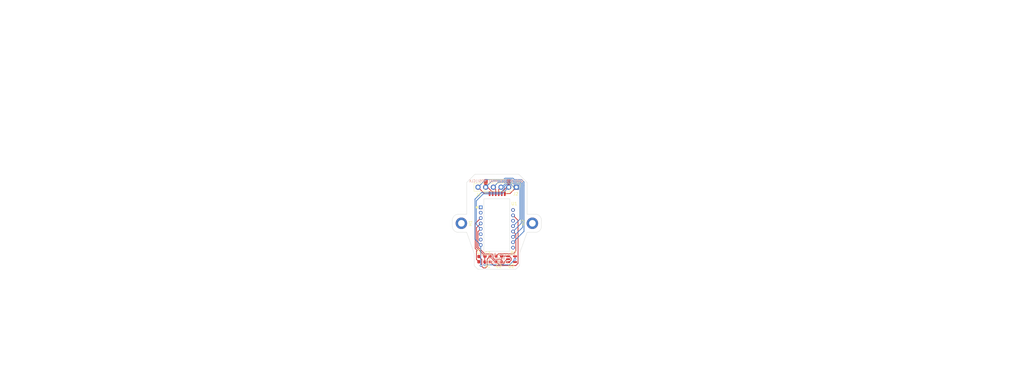
<source format=kicad_pcb>
(kicad_pcb (version 20211014) (generator pcbnew)
  (layers (0 "F.Cu" signal) (31 "B.Cu" signal) (34 "B.Paste" user) (35 "F.Paste" user) (36 "B.SilkS" user "B.Silkscreen") (37 "F.SilkS" user "F.Silkscreen") (38 "B.Mask" user) (39 "F.Mask" user) (44 "Edge.Cuts" user))
  (net 0 "")
  (net 1 "Net-(C1-Pad1)")
  (net 2 "GND")
  (net 3 "MISO")
  (net 4 "+1V8")
  (net 5 "NCS")
  (net 6 "MOSI")
  (net 7 "SCLK")
  (net 8 "Net-(R1-Pad1)")
  (net 15 "MOTION")
  (net 17 "+3V3")
  (footprint "Capacitor_SMD:C_0603_1608Metric_Pad1.08x0.95mm_HandSolder" (layer "F.Cu") (at 126.3375 109.57)
    (fp_text reference "C3" (at 0 -0.9) (layer "F.SilkS"))
    (fp_text value "1uF")
    (fp_line (start -0.146267 -0.51) (end 0.146267 -0.51) (layer "F.SilkS") (width 0.12))
    (fp_line (start -0.146267 0.51) (end 0.146267 0.51) (layer "F.SilkS") (width 0.12))
    (pad "1" smd roundrect (at -0.8625 0) (size 1.075 0.95) (layers "F.Cu" "F.Paste" "F.Mask") (net 4 "+1V8"))
    (pad "2" smd roundrect (at 0.8625 0) (size 1.075 0.95) (layers "F.Cu" "F.Paste" "F.Mask") (net 2 "GND"))
  )
  (footprint "Resistor_SMD:R_0603_1608Metric_Pad0.98x0.95mm_HandSolder" (layer "F.Cu") (at 126.325 111.47 180)
    (fp_text reference "R1" (at 0 -1.43) (layer "F.SilkS"))
    (fp_text value "39")
    (fp_line (start -0.254724 -0.5225) (end 0.254724 -0.5225) (layer "F.SilkS") (width 0.12))
    (fp_line (start -0.254724 0.5225) (end 0.254724 0.5225) (layer "F.SilkS") (width 0.12))
    (pad "1" smd roundrect (at -0.9125 0 180) (size 0.975 0.95) (layers "F.Cu" "F.Paste" "F.Mask") (net 8 "Net-(R1-Pad1)"))
    (pad "2" smd roundrect (at 0.9125 0 180) (size 0.975 0.95) (layers "F.Cu" "F.Paste" "F.Mask") (net 4 "+1V8"))
  )
  (footprint "PMW3360:PMW3360" (layer "F.Cu") (at 124.075 93.38)
    (fp_text reference "U1" (at 11.1 -1.21) (layer "F.SilkS"))
    (fp_text value "PMW3360")
    (fp_circle (center -1.225 0) (end -1.025 0) (layer "F.SilkS") (width 0.4) (fill none))
    (pad "1" thru_hole rect (at 0 0) (size 1.2 1.2) (drill 0.7) (layers *.Cu *.Mask))
    (pad "2" thru_hole circle (at 0 1.78) (size 1.2 1.2) (drill 0.7) (layers *.Cu *.Mask))
    (pad "3" thru_hole circle (at 0 3.56) (size 1.2 1.2) (drill 0.7) (layers *.Cu *.Mask) (net 1 "Net-(C1-Pad1)"))
    (pad "4" thru_hole circle (at 0 5.34) (size 1.2 1.2) (drill 0.7) (layers *.Cu *.Mask) (net 4 "+1V8"))
    (pad "5" thru_hole circle (at 0 7.12) (size 1.2 1.2) (drill 0.7) (layers *.Cu *.Mask) (net 17 "+3V3"))
    (pad "6" thru_hole circle (at 0 8.9) (size 1.2 1.2) (drill 0.7) (layers *.Cu *.Mask))
    (pad "7" thru_hole circle (at 0 10.68) (size 1.2 1.2) (drill 0.7) (layers *.Cu *.Mask))
    (pad "8" thru_hole circle (at 0 12.46) (size 1.2 1.2) (drill 0.7) (layers *.Cu *.Mask) (net 2 "GND"))
    (pad "9" thru_hole circle (at 10.7 13.35) (size 1.2 1.2) (drill 0.7) (layers *.Cu *.Mask) (net 15 "MOTION"))
    (pad "10" thru_hole circle (at 10.7 11.57) (size 1.2 1.2) (drill 0.7) (layers *.Cu *.Mask) (net 7 "SCLK"))
    (pad "11" thru_hole circle (at 10.7 9.79) (size 1.2 1.2) (drill 0.7) (layers *.Cu *.Mask) (net 6 "MOSI"))
    (pad "12" thru_hole circle (at 10.7 8.01) (size 1.2 1.2) (drill 0.7) (layers *.Cu *.Mask) (net 3 "MISO"))
    (pad "13" thru_hole circle (at 10.7 6.23) (size 1.2 1.2) (drill 0.7) (layers *.Cu *.Mask) (net 5 "NCS"))
    (pad "14" thru_hole circle (at 10.7 4.45) (size 1.2 1.2) (drill 0.7) (layers *.Cu *.Mask))
    (pad "15" thru_hole circle (at 10.7 2.67) (size 1.2 1.2) (drill 0.7) (layers *.Cu *.Mask) (net 8 "Net-(R1-Pad1)"))
    (pad "16" thru_hole circle (at 10.7 0.89) (size 1.2 1.2) (drill 0.7) (layers *.Cu *.Mask))
  )
  (footprint "Resistor_SMD:R_0603_1608Metric_Pad0.98x0.95mm_HandSolder" (layer "F.Cu") (at 130.05 109.545)
    (fp_text reference "R2" (at 4.875 -1.125) (layer "F.SilkS"))
    (fp_text value "10k")
    (fp_line (start -0.254724 -0.5225) (end 0.254724 -0.5225) (layer "F.SilkS") (width 0.12))
    (fp_line (start -0.254724 0.5225) (end 0.254724 0.5225) (layer "F.SilkS") (width 0.12))
    (pad "1" smd roundrect (at -0.9125 0) (size 0.975 0.95) (layers "F.Cu" "F.Paste" "F.Mask") (net 3 "MISO"))
    (pad "2" smd roundrect (at 0.9125 0) (size 0.975 0.95) (layers "F.Cu" "F.Paste" "F.Mask") (net 17 "+3V3"))
  )
  (footprint "Package_TO_SOT_SMD:SOT-23-5" (layer "F.Cu") (at 134.3 110.545)
    (fp_text reference "U2" (at -0.125 2.375) (layer "F.SilkS"))
    (fp_text value "TLV70019_SOT23-5")
    (fp_line (start 0 -1.56) (end -1.8 -1.56) (layer "F.SilkS") (width 0.12))
    (fp_line (start 0 1.56) (end -0.8 1.56) (layer "F.SilkS") (width 0.12))
    (fp_line (start 0 -1.56) (end 0.8 -1.56) (layer "F.SilkS") (width 0.12))
    (fp_line (start 0 1.56) (end 0.8 1.56) (layer "F.SilkS") (width 0.12))
    (pad "1" smd roundrect (at -1.1375 -0.95) (size 1.325 0.6) (layers "F.Cu" "F.Paste" "F.Mask") (net 17 "+3V3"))
    (pad "2" smd roundrect (at -1.1375 0) (size 1.325 0.6) (layers "F.Cu" "F.Paste" "F.Mask") (net 2 "GND"))
    (pad "3" smd roundrect (at -1.1375 0.95) (size 1.325 0.6) (layers "F.Cu" "F.Paste" "F.Mask") (net 17 "+3V3"))
    (pad "4" smd roundrect (at 1.1375 0.95) (size 1.325 0.6) (layers "F.Cu" "F.Paste" "F.Mask"))
    (pad "5" smd roundrect (at 1.1375 -0.95) (size 1.325 0.6) (layers "F.Cu" "F.Paste" "F.Mask") (net 4 "+1V8"))
  )
  (footprint "MountingHole:MountingHole_2.2mm_M2_DIN965_Pad" (layer "F.Cu") (at 117.675 98.67)
    (fp_text reference "H1" (at 3 0 90) (layer "F.SilkS"))
    (fp_text value "MountingHole")
    (pad "1" thru_hole circle (at 0 0) (size 3.8 3.8) (drill 2.2) (layers *.Cu *.Mask))
  )
  (footprint "Capacitor_SMD:C_0603_1608Metric_Pad1.08x0.95mm_HandSolder" (layer "F.Cu") (at 123.4375 110.5325 90)
    (fp_text reference "C1" (at 2.6125 -0.0125 90) (layer "F.SilkS"))
    (fp_text value "4.7uF")
    (fp_line (start -0.146267 0.51) (end 0.146267 0.51) (layer "F.SilkS") (width 0.12))
    (fp_line (start -0.146267 -0.51) (end 0.146267 -0.51) (layer "F.SilkS") (width 0.12))
    (pad "1" smd roundrect (at -0.8625 0 90) (size 1.075 0.95) (layers "F.Cu" "F.Paste" "F.Mask") (net 1 "Net-(C1-Pad1)"))
    (pad "2" smd roundrect (at 0.8625 0 90) (size 1.075 0.95) (layers "F.Cu" "F.Paste" "F.Mask") (net 2 "GND"))
  )
  (footprint "Connector_JST:JST_SH_SM06B-SRSS-TB_1x06-1MP_P1.00mm_Horizontal" (layer "F.Cu") (at 129.525 86.845 180)
    (fp_text reference "J1" (at 6.1 -2.325) (layer "F.SilkS"))
    (fp_text value "Conn_01x06")
    (fp_line (start -4.11 0.715) (end -4.11 -1.785) (layer "F.SilkS") (width 0.12))
    (fp_line (start -2.94 2.685) (end 2.94 2.685) (layer "F.SilkS") (width 0.12))
    (fp_line (start -3.06 -1.785) (end -3.06 -2.775) (layer "F.SilkS") (width 0.12))
    (fp_line (start -4.11 -1.785) (end -3.06 -1.785) (layer "F.SilkS") (width 0.12))
    (fp_line (start 4.11 0.715) (end 4.11 -1.785) (layer "F.SilkS") (width 0.12))
    (fp_line (start 4.11 -1.785) (end 3.06 -1.785) (layer "F.SilkS") (width 0.12))
    (pad "1" smd roundrect (at -2.5 -2 180) (size 0.6 1.55) (layers "F.Cu" "F.Paste" "F.Mask") (net 2 "GND"))
    (pad "2" smd roundrect (at -1.5 -2 180) (size 0.6 1.55) (layers "F.Cu" "F.Paste" "F.Mask") (net 17 "+3V3"))
    (pad "3" smd roundrect (at -0.5 -2 180) (size 0.6 1.55) (layers "F.Cu" "F.Paste" "F.Mask") (net 5 "NCS"))
    (pad "4" smd roundrect (at 0.5 -2 180) (size 0.6 1.55) (layers "F.Cu" "F.Paste" "F.Mask") (net 3 "MISO"))
    (pad "5" smd roundrect (at 1.5 -2 180) (size 0.6 1.55) (layers "F.Cu" "F.Paste" "F.Mask") (net 6 "MOSI"))
    (pad "6" smd roundrect (at 2.5 -2 180) (size 0.6 1.55) (layers "F.Cu" "F.Paste" "F.Mask") (net 7 "SCLK"))
    (pad "MP" smd roundrect (at -3.8 1.875 180) (size 1.2 1.8) (layers "F.Cu" "F.Paste" "F.Mask") (roundrect_rratio 0.2083333333))
    (pad "MP" smd roundrect (at 3.8 1.875 180) (size 1.2 1.8) (layers "F.Cu" "F.Paste" "F.Mask") (roundrect_rratio 0.2083333333))
  )
  (footprint "Capacitor_SMD:C_0603_1608Metric_Pad1.08x0.95mm_HandSolder" (layer "F.Cu") (at 130.0625 111.445 180)
    (fp_text reference "C2" (at 0 -1.43) (layer "F.SilkS"))
    (fp_text value "0.1uF")
    (fp_line (start -0.146267 0.51) (end 0.146267 0.51) (layer "F.SilkS") (width 0.12))
    (fp_line (start -0.146267 -0.51) (end 0.146267 -0.51) (layer "F.SilkS") (width 0.12))
    (pad "1" smd roundrect (at -0.8625 0 180) (size 1.075 0.95) (layers "F.Cu" "F.Paste" "F.Mask") (net 17 "+3V3"))
    (pad "2" smd roundrect (at 0.8625 0 180) (size 1.075 0.95) (layers "F.Cu" "F.Paste" "F.Mask") (net 2 "GND"))
  )
  (footprint "Connector_PinHeader_2.54mm:PinHeader_1x06_P2.54mm_Vertical" (layer "F.Cu") (at 135.875 86.72 -90)
    (fp_text reference "J2" (at 2.2 0.2 180) (layer "F.SilkS"))
    (fp_text value "Conn_01x06")
    (fp_line (start -1.33 1.27) (end 1.33 1.27) (layer "F.SilkS") (width 0.12))
    (fp_line (start 1.33 1.27) (end 1.33 14.03) (layer "F.SilkS") (width 0.12))
    (fp_line (start -1.33 0) (end -1.33 -1.33) (layer "F.SilkS") (width 0.12))
    (fp_line (start -1.33 14.03) (end 1.33 14.03) (layer "F.SilkS") (width 0.12))
    (fp_line (start -1.33 1.27) (end -1.33 14.03) (layer "F.SilkS") (width 0.12))
    (fp_line (start -1.33 -1.33) (end 0 -1.33) (layer "F.SilkS") (width 0.12))
    (pad "1" thru_hole rect (at 0 0 270) (size 1.7 1.7) (drill 1) (layers *.Cu *.Mask) (net 2 "GND"))
    (pad "2" thru_hole oval (at 0 2.54 270) (size 1.7 1.7) (drill 1) (layers *.Cu *.Mask) (net 17 "+3V3"))
    (pad "3" thru_hole oval (at 0 5.08 270) (size 1.7 1.7) (drill 1) (layers *.Cu *.Mask) (net 5 "NCS"))
    (pad "4" thru_hole oval (at 0 7.62 270) (size 1.7 1.7) (drill 1) (layers *.Cu *.Mask) (net 3 "MISO"))
    (pad "5" thru_hole oval (at 0 10.16 270) (size 1.7 1.7) (drill 1) (layers *.Cu *.Mask) (net 6 "MOSI"))
    (pad "6" thru_hole oval (at 0 12.7 270) (size 1.7 1.7) (drill 1) (layers *.Cu *.Mask) (net 7 "SCLK"))
  )
  (footprint "MountingHole:MountingHole_2.2mm_M2_DIN965_Pad" (layer "F.Cu") (at 141.175 98.67)
    (fp_text reference "H2" (at -3 -0.25 90) (layer "F.SilkS"))
    (fp_text value "MountingHole")
    (pad "1" thru_hole circle (at 0 0) (size 3.8 3.8) (drill 2.2) (layers *.Cu *.Mask))
  )
  (gr_line (start 125.125 107.9) (end 125.125 90.6) (layer "Edge.Cuts") (width 0.1))
  (gr_line (start 119.425 85.17) (end 119.425 95.67) (layer "Edge.Cuts") (width 0.1))
  (gr_line (start 119.425 101.67) (end 116.675 101.67) (layer "Edge.Cuts") (width 0.1))
  (gr_line (start 144.175 99.67) (end 144.175 97.67) (layer "Edge.Cuts") (width 0.1))
  (gr_line (start 123.175 113.92) (end 121.925 112.67) (layer "Edge.Cuts") (width 0.1))
  (gr_line (start 135.675 113.92) (end 136.925 112.67) (layer "Edge.Cuts") (width 0.1))
  (gr_arc (start 116.675 101.67) (mid 115.260786 101.084214) (end 114.675 99.67) (layer "Edge.Cuts") (width 0.1))
  (gr_line (start 139.425 95.67) (end 139.425 85.17) (layer "Edge.Cuts") (width 0.1))
  (gr_line (start 121.925 108.67) (end 121.925 112.67) (layer "Edge.Cuts") (width 0.1))
  (gr_line (start 125.125 90.6) (end 133.725 90.6) (layer "Edge.Cuts") (width 0.1))
  (gr_line (start 116.675 95.67) (end 119.425 95.67) (layer "Edge.Cuts") (width 0.1))
  (gr_line (start 142.175 95.67) (end 139.425 95.67) (layer "Edge.Cuts") (width 0.1))
  (gr_line (start 136.925 108.67) (end 136.925 112.67) (layer "Edge.Cuts") (width 0.1))
  (gr_line (start 136.675 82.42) (end 139.425 85.17) (layer "Edge.Cuts") (width 0.1))
  (gr_arc (start 144.175 99.67) (mid 143.589214 101.084214) (end 142.175 101.67) (layer "Edge.Cuts") (width 0.1))
  (gr_line (start 129.425 82.42) (end 136.675 82.42) (layer "Edge.Cuts") (width 0.1))
  (gr_arc (start 114.675 97.67) (mid 115.260786 96.255786) (end 116.675 95.67) (layer "Edge.Cuts") (width 0.1))
  (gr_line (start 122.175 82.42) (end 119.425 85.17) (layer "Edge.Cuts") (width 0.1))
  (gr_line (start 139.425 101.67) (end 142.175 101.67) (layer "Edge.Cuts") (width 0.1))
  (gr_line (start 129.425 82.42) (end 122.175 82.42) (layer "Edge.Cuts") (width 0.1))
  (gr_line (start 123.175 113.92) (end 135.675 113.92) (layer "Edge.Cuts") (width 0.1))
  (gr_line (start 133.725 90.6) (end 133.725 107.9) (layer "Edge.Cuts") (width 0.1))
  (gr_arc (start 142.175 95.67) (mid 143.589214 96.255786) (end 144.175 97.67) (layer "Edge.Cuts") (width 0.1))
  (gr_line (start 114.675 99.67) (end 114.675 97.67) (layer "Edge.Cuts") (width 0.1))
  (gr_line (start 133.725 107.9) (end 125.125 107.9) (layer "Edge.Cuts") (width 0.1))
  (gr_line (start 139.425 101.67) (end 136.925 108.67) (layer "Edge.Cuts") (width 0.1))
  (gr_line (start 119.425 101.67) (end 121.925 108.67) (layer "Edge.Cuts") (width 0.1))
  (gr_text "GND|3V3|CS|MISO|MOSI|CLK" (at 129.175 84.67) (layer "B.SilkS") (effects (font (size 0.8 0.8)) (justify mirror)))
  (gr_text "PMW3360 Breakout \nBoard V1\n14/08/2022\n\n" (at 129.425 110.92) (layer "B.SilkS") (effects (font (size 0.8 0.8)) (justify mirror)))
  (segment (start 122.925 107.67) (end 122.63798 107.95702) (width 0.25) (layer "F.Cu") (net 1))
  (segment (start 122.63798 110.59548) (end 123.4375 111.395) (width 0.25) (layer "F.Cu") (net 1))
  (segment (start 124.075 96.94) (end 122.251467 98.763533) (width 0.25) (layer "F.Cu") (net 1))
  (segment (start 122.251467 106.996467) (end 122.925 107.67) (width 0.25) (layer "F.Cu") (net 1))
  (segment (start 122.251467 98.763533) (end 122.251467 106.996467) (width 0.25) (layer "F.Cu") (net 1))
  (segment (start 122.63798 107.95702) (end 122.63798 110.59548) (width 0.25) (layer "F.Cu") (net 1))
  (segment (start 126.22452 110.54548) (end 127.2 109.57) (width 0.25) (layer "F.Cu") (net 2))
  (segment (start 131.457796 112.24452) (end 129.99952 112.24452) (width 0.25) (layer "F.Cu") (net 2))
  (segment (start 133.1625 110.545) (end 132.778928 110.545) (width 0.25) (layer "F.Cu") (net 2))
  (segment (start 131.78702 111.536908) (end 131.78702 111.915296) (width 0.25) (layer "F.Cu") (net 2))
  (segment (start 124.425 110.6575) (end 124.425 112.42) (width 0.25) (layer "F.Cu") (net 2))
  (segment (start 132.778928 110.545) (end 131.78702 111.536908) (width 0.25) (layer "F.Cu") (net 2))
  (segment (start 135.875 86.72) (end 133.75 88.845) (width 0.25) (layer "F.Cu") (net 2))
  (segment (start 125.675 113.42) (end 126.22452 112.87048) (width 0.25) (layer "F.Cu") (net 2))
  (segment (start 128.814296 111.445) (end 129.2 111.445) (width 0.25) (layer "F.Cu") (net 2))
  (segment (start 126.22452 112.87048) (end 126.22452 110.54548) (width 0.25) (layer "F.Cu") (net 2))
  (segment (start 124.925 113.42) (end 125.675 113.42) (width 0.25) (layer "F.Cu") (net 2))
  (segment (start 124.175 112.67) (end 124.925 113.42) (width 0.25) (layer "F.Cu") (net 2))
  (segment (start 129.99952 112.24452) (end 129.2 111.445) (width 0.25) (layer "F.Cu") (net 2))
  (segment (start 131.78702 111.915296) (end 131.457796 112.24452) (width 0.25) (layer "F.Cu") (net 2))
  (segment (start 127.2 109.57) (end 127.2 109.830704) (width 0.25) (layer "F.Cu") (net 2))
  (segment (start 124.425 112.42) (end 124.175 112.67) (width 0.25) (layer "F.Cu") (net 2))
  (segment (start 133.75 88.845) (end 132.025 88.845) (width 0.25) (layer "F.Cu") (net 2))
  (segment (start 127.2 109.830704) (end 128.814296 111.445) (width 0.25) (layer "F.Cu") (net 2))
  (segment (start 123.4375 109.67) (end 124.425 110.6575) (width 0.25) (layer "F.Cu") (net 2))
  (via (at 124.175 112.67) (size 0.8) (drill 0.4) (layers "F.Cu" "B.Cu") (net 2))
  (segment (start 134.99601 86.72) (end 133.821499 85.545489) (width 0.25) (layer "B.Cu") (net 2))
  (segment (start 132.848501 85.545489) (end 131.969511 86.424479) (width 0.25) (layer "B.Cu") (net 2))
  (segment (start 131.969511 86.424479) (end 131.969511 87.206499) (width 0.25) (layer "B.Cu") (net 2))
  (segment (start 131.969511 87.206499) (end 130.705521 88.470489) (width 0.25) (layer "B.Cu") (net 2))
  (segment (start 124.075 112.57) (end 124.175 112.67) (width 0.25) (layer "B.Cu") (net 2))
  (segment (start 124.075 105.84) (end 124.075 112.57) (width 0.25) (layer "B.Cu") (net 2))
  (segment (start 135.875 86.72) (end 134.99601 86.72) (width 0.25) (layer "B.Cu") (net 2))
  (segment (start 133.821499 85.545489) (end 132.848501 85.545489) (width 0.25) (layer "B.Cu") (net 2))
  (segment (start 124.374511 88.470489) (end 122.175 90.67) (width 0.25) (layer "B.Cu") (net 2))
  (segment (start 122.175 90.67) (end 122.175 103.94) (width 0.25) (layer "B.Cu") (net 2))
  (segment (start 122.175 103.94) (end 124.075 105.84) (width 0.25) (layer "B.Cu") (net 2))
  (segment (start 130.705521 88.470489) (end 124.374511 88.470489) (width 0.25) (layer "B.Cu") (net 2))
  (segment (start 135.699511 102.314511) (end 135.699511 107.895489) (width 0.25) (layer "F.Cu") (net 3))
  (segment (start 134.84952 108.74548) (end 129.93702 108.74548) (width 0.25) (layer "F.Cu") (net 3))
  (segment (start 134.775 101.39) (end 135.699511 102.314511) (width 0.25) (layer "F.Cu") (net 3))
  (segment (start 135.699511 107.895489) (end 134.84952 108.74548) (width 0.25) (layer "F.Cu") (net 3))
  (segment (start 129.93702 108.74548) (end 129.1375 109.545) (width 0.25) (layer "F.Cu") (net 3))
  (segment (start 129.025 87.49) (end 129.025 88.845) (width 0.25) (layer "F.Cu") (net 3))
  (segment (start 128.255 86.72) (end 129.025 87.49) (width 0.25) (layer "F.Cu") (net 3))
  (segment (start 137.161687 85.09597) (end 137.499031 85.433314) (width 0.25) (layer "B.Cu") (net 3))
  (segment (start 132.476114 84.646468) (end 134.193886 84.646468) (width 0.25) (layer "B.Cu") (net 3))
  (segment (start 137.499031 85.433314) (end 137.499031 98.665969) (width 0.25) (layer "B.Cu") (net 3))
  (segment (start 137.499031 98.665969) (end 134.775 101.39) (width 0.25) (layer "B.Cu") (net 3))
  (segment (start 134.193886 84.646468) (end 134.643388 85.09597) (width 0.25) (layer "B.Cu") (net 3))
  (segment (start 132.028562 85.09402) (end 132.476114 84.646468) (width 0.25) (layer "B.Cu") (net 3))
  (segment (start 134.643388 85.09597) (end 137.161687 85.09597) (width 0.25) (layer "B.Cu") (net 3))
  (segment (start 129.88098 85.09402) (end 132.028562 85.09402) (width 0.25) (layer "B.Cu") (net 3))
  (segment (start 128.255 86.72) (end 129.88098 85.09402) (width 0.25) (layer "B.Cu") (net 3))
  (segment (start 124.075 98.72) (end 122.700978 100.094022) (width 0.25) (layer "F.Cu") (net 4))
  (segment (start 122.700978 106.695978) (end 125.475 109.47) (width 0.25) (layer "F.Cu") (net 4))
  (segment (start 125.425 111.4825) (end 125.4125 111.47) (width 0.25) (layer "F.Cu") (net 4))
  (segment (start 125.4125 109.6325) (end 125.475 109.57) (width 0.25) (layer "F.Cu") (net 4))
  (segment (start 135.4375 109.595) (end 135.4375 110.583) (width 0.25) (layer "F.Cu") (net 4))
  (segment (start 122.700978 100.094022) (end 122.700978 106.695978) (width 0.25) (layer "F.Cu") (net 4))
  (segment (start 125.124991 109.219991) (end 125.475 109.57) (width 0.25) (layer "F.Cu") (net 4))
  (segment (start 125.425 112.42) (end 125.425 111.4825) (width 0.25) (layer "F.Cu") (net 4))
  (segment (start 135.4375 110.583) (end 135.425 110.5955) (width 0.25) (layer "F.Cu") (net 4))
  (segment (start 125.475 109.47) (end 125.475 109.57) (width 0.25) (layer "F.Cu") (net 4))
  (segment (start 125.4125 111.47) (end 125.4125 109.6325) (width 0.25) (layer "F.Cu") (net 4))
  (via (at 125.425 112.42) (size 0.8) (drill 0.4) (layers "F.Cu" "B.Cu") (net 4))
  (via (at 135.425 110.5955) (size 0.8) (drill 0.4) (layers "F.Cu" "B.Cu") (net 4))
  (segment (start 135.425 110.5955) (end 133.6005 112.42) (width 0.25) (layer "B.Cu") (net 4))
  (segment (start 133.6005 112.42) (end 125.425 112.42) (width 0.25) (layer "B.Cu") (net 4))
  (segment (start 130.025 88.845) (end 130.025 87.49) (width 0.25) (layer "F.Cu") (net 5))
  (segment (start 130.025 87.49) (end 130.795 86.72) (width 0.25) (layer "F.Cu") (net 5))
  (segment (start 134.007693 85.095979) (end 132.662307 85.095979) (width 0.25) (layer "B.Cu") (net 5))
  (segment (start 134.457194 85.54548) (end 134.007693 85.095979) (width 0.25) (layer "B.Cu") (net 5))
  (segment (start 132.662307 85.095979) (end 131.038286 86.72) (width 0.25) (layer "B.Cu") (net 5))
  (segment (start 131.038286 86.72) (end 130.795 86.72) (width 0.25) (layer "B.Cu") (net 5))
  (segment (start 137.049511 97.335489) (end 137.049511 85.619511) (width 0.25) (layer "B.Cu") (net 5))
  (segment (start 137.049511 85.619511) (end 136.97548 85.54548) (width 0.25) (layer "B.Cu") (net 5))
  (segment (start 136.97548 85.54548) (end 134.457194 85.54548) (width 0.25) (layer "B.Cu") (net 5))
  (segment (start 134.775 99.61) (end 137.049511 97.335489) (width 0.25) (layer "B.Cu") (net 5))
  (segment (start 126.346072 86.72) (end 128.025 88.398928) (width 0.25) (layer "F.Cu") (net 6))
  (segment (start 125.715 86.72) (end 126.346072 86.72) (width 0.25) (layer "F.Cu") (net 6))
  (segment (start 128.025 88.398928) (end 128.025 88.845) (width 0.25) (layer "F.Cu") (net 6))
  (segment (start 137.948551 85.247117) (end 137.948551 99.996449) (width 0.25) (layer "B.Cu") (net 6))
  (segment (start 132.289922 84.196958) (end 134.38008 84.196958) (width 0.25) (layer "B.Cu") (net 6))
  (segment (start 134.829581 84.646459) (end 137.347893 84.646459) (width 0.25) (layer "B.Cu") (net 6))
  (segment (start 131.842368 84.644511) (end 132.289922 84.196958) (width 0.25) (layer "B.Cu") (net 6))
  (segment (start 125.715 86.72) (end 127.79049 84.64451) (width 0.25) (layer "B.Cu") (net 6))
  (segment (start 127.79049 84.64451) (end 131.842368 84.644511) (width 0.25) (layer "B.Cu") (net 6))
  (segment (start 137.347893 84.646459) (end 137.948551 85.247117) (width 0.25) (layer "B.Cu") (net 6))
  (segment (start 134.38008 84.196958) (end 134.829581 84.646459) (width 0.25) (layer "B.Cu") (net 6))
  (segment (start 137.948551 99.996449) (end 134.775 103.17) (width 0.25) (layer "B.Cu") (net 6))
  (segment (start 125.3 88.845) (end 127.025 88.845) (width 0.25) (layer "F.Cu") (net 7))
  (segment (start 123.175 86.72) (end 125.3 88.845) (width 0.25) (layer "F.Cu") (net 7))
  (segment (start 138.398071 84.986922) (end 138.398071 86.143071) (width 0.25) (layer "B.Cu") (net 7))
  (segment (start 134.752446 83.747446) (end 135.201946 84.196946) (width 0.25) (layer "B.Cu") (net 7))
  (segment (start 123.175 86.72) (end 125.7 84.195) (width 0.25) (layer "B.Cu") (net 7))
  (segment (start 138.398071 86.143071) (end 138.398071 101.326929) (width 0.25) (layer "B.Cu") (net 7))
  (segment (start 138.398071 101.326929) (end 134.775 104.95) (width 0.25) (layer "B.Cu") (net 7))
  (segment (start 125.7 84.195) (end 131.656174 84.195) (width 0.25) (layer "B.Cu") (net 7))
  (segment (start 137.608097 84.196948) (end 138.398071 84.986922) (width 0.25) (layer "B.Cu") (net 7))
  (segment (start 135.201946 84.196946) (end 137.608097 84.196948) (width 0.25) (layer "B.Cu") (net 7))
  (segment (start 131.656174 84.195) (end 132.103729 83.747446) (width 0.25) (layer "B.Cu") (net 7))
  (segment (start 132.103729 83.747446) (end 134.752446 83.747446) (width 0.25) (layer "B.Cu") (net 7))
  (segment (start 128.461531 112.694031) (end 127.2375 111.47) (width 0.25) (layer "F.Cu") (net 8))
  (segment (start 136.42452 97.69952) (end 134.775 96.05) (width 0.25) (layer "F.Cu") (net 8))
  (segment (start 135.675 112.67) (end 136.42452 111.92048) (width 0.25) (layer "F.Cu") (net 8))
  (segment (start 131.66802 112.67) (end 131.643989 112.694031) (width 0.25) (layer "F.Cu") (net 8))
  (segment (start 136.42452 111.92048) (end 136.42452 97.69952) (width 0.25) (layer "F.Cu") (net 8))
  (segment (start 131.643989 112.694031) (end 128.461531 112.694031) (width 0.25) (layer "F.Cu") (net 8))
  (segment (start 135.675 112.67) (end 131.66802 112.67) (width 0.25) (layer "F.Cu") (net 8))
  (segment (start 131.025 88.398928) (end 131.025 88.845) (width 0.25) (layer "F.Cu") (net 17))
  (segment (start 128.65048 110.64548) (end 130.77452 110.64548) (width 0.25) (layer "F.Cu") (net 17))
  (segment (start 132.703928 86.72) (end 131.025 88.398928) (width 0.25) (layer "F.Cu") (net 17))
  (segment (start 127.732796 108.77048) (end 128.175 109.212684) (width 0.25) (layer "F.Cu") (net 17))
  (segment (start 128.175 110.17) (end 128.65048 110.64548) (width 0.25) (layer "F.Cu") (net 17))
  (segment (start 133.1125 109.545) (end 133.1625 109.595) (width 0.25) (layer "F.Cu") (net 17))
  (segment (start 133.546072 109.595) (end 134.175 110.223928) (width 0.25) (layer "F.Cu") (net 17))
  (segment (start 123.150489 101.424511) (end 123.150489 106.509785) (width 0.25) (layer "F.Cu") (net 17))
  (segment (start 130.77452 110.64548) (end 130.9625 110.4575) (width 0.25) (layer "F.Cu") (net 17))
  (segment (start 125.411184 108.77048) (end 127.732796 108.77048) (width 0.25) (layer "F.Cu") (net 17))
  (segment (start 130.9625 109.545) (end 133.1125 109.545) (width 0.25) (layer "F.Cu") (net 17))
  (segment (start 133.335 86.72) (end 132.703928 86.72) (width 0.25) (layer "F.Cu") (net 17))
  (segment (start 130.9625 110.4575) (end 130.9625 111.4075) (width 0.25) (layer "F.Cu") (net 17))
  (segment (start 130.9625 111.4075) (end 130.925 111.445) (width 0.25) (layer "F.Cu") (net 17))
  (segment (start 130.9625 109.545) (end 130.9625 110.4575) (width 0.25) (layer "F.Cu") (net 17))
  (segment (start 134.175 110.866072) (end 133.546072 111.495) (width 0.25) (layer "F.Cu") (net 17))
  (segment (start 133.546072 111.495) (end 133.1625 111.495) (width 0.25) (layer "F.Cu") (net 17))
  (segment (start 123.150489 106.509785) (end 125.411184 108.77048) (width 0.25) (layer "F.Cu") (net 17))
  (segment (start 128.175 109.212684) (end 128.175 110.17) (width 0.25) (layer "F.Cu") (net 17))
  (segment (start 124.075 100.5) (end 123.150489 101.424511) (width 0.25) (layer "F.Cu") (net 17))
  (segment (start 134.175 110.223928) (end 134.175 110.866072) (width 0.25) (layer "F.Cu") (net 17))
  (segment (start 133.1625 109.595) (end 133.546072 109.595) (width 0.25) (layer "F.Cu") (net 17))
  (segment (start 131.135 88.92) (end 124.925 88.92) (width 0.25) (layer "B.Cu") (net 17))
  (segment (start 133.335 86.72) (end 131.135 88.92) (width 0.25) (layer "B.Cu") (net 17))
  (segment (start 122.624511 99.049511) (end 124.075 100.5) (width 0.25) (layer "B.Cu") (net 17))
  (segment (start 122.624511 91.220489) (end 122.624511 99.049511) (width 0.25) (layer "B.Cu") (net 17))
  (segment (start 124.925 88.92) (end 122.624511 91.220489) (width 0.25) (layer "B.Cu") (net 17))
)
</source>
